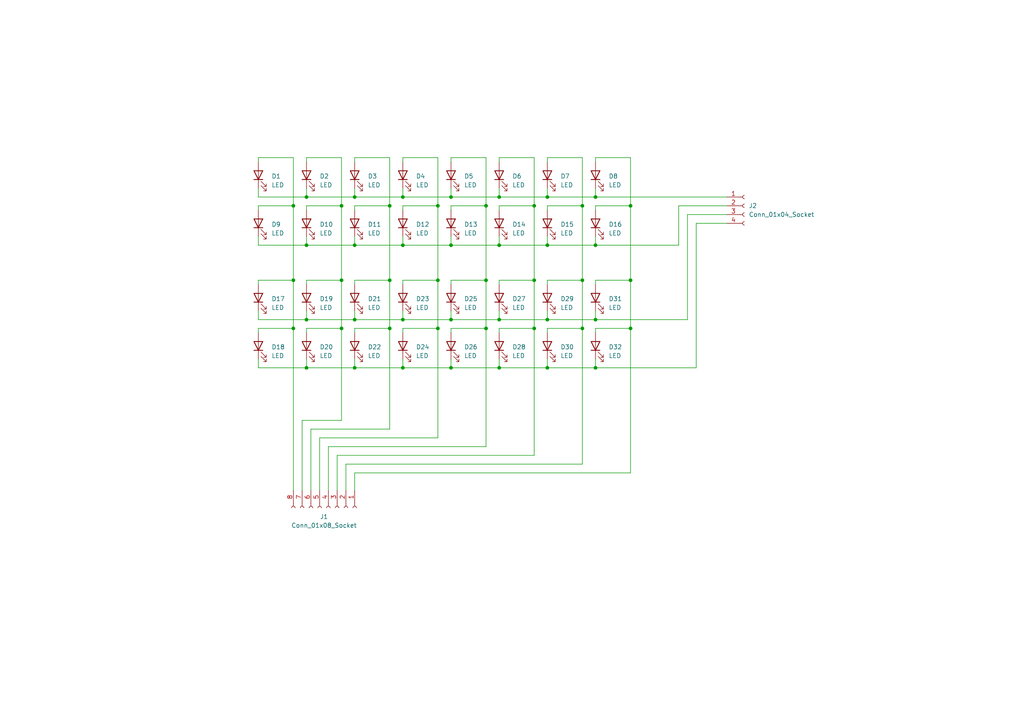
<source format=kicad_sch>
(kicad_sch (version 20230121) (generator eeschema)
  (paper "A4")
  (title_block (title "HTP!m CONTROL Module Status") (date "2023-10-07") (rev "1") (company "shawnd.xyz") (comment 2 "each module.") (comment 3 "The HTP!m CONTROL Module Status is an LED matrix that shows the current status of"))
  (lib_symbols
    (symbol "Connector:Conn_01x04_Socket" (pin_names (offset 1.016) hide)
      (property "Reference" "J" (at 0 5.08 0))
      (property "Value" "Conn_01x04_Socket" (at 0 -7.62 0))
      (symbol "Conn_01x04_Socket_1_1"
        (arc (start 0 -4.572) (mid -0.5058 -5.08) (end 0 -5.588) (stroke (width 0.1524)))
        (arc (start 0 -2.032) (mid -0.5058 -2.54) (end 0 -3.048) (stroke (width 0.1524)))
        (polyline (pts (xy -1.27 -5.08) (xy -0.508 -5.08)) (stroke (width 0.1524)))
        (polyline (pts (xy -1.27 -2.54) (xy -0.508 -2.54)) (stroke (width 0.1524)))
        (polyline (pts (xy -1.27 0) (xy -0.508 0)) (stroke (width 0.1524)))
        (polyline (pts (xy -1.27 2.54) (xy -0.508 2.54)) (stroke (width 0.1524)))
        (arc (start 0 0.508) (mid -0.5058 0) (end 0 -0.508) (stroke (width 0.1524)))
        (arc (start 0 3.048) (mid -0.5058 2.54) (end 0 2.032) (stroke (width 0.1524)))
        (pin passive line (at -5.08 2.54 0) (length 3.81) (name "Pin_1") (number "1"))
        (pin passive line (at -5.08 0 0) (length 3.81) (name "Pin_2") (number "2"))
        (pin passive line (at -5.08 -2.54 0) (length 3.81) (name "Pin_3") (number "3"))
        (pin passive line (at -5.08 -5.08 0) (length 3.81) (name "Pin_4") (number "4"))
      )
    )
    (symbol "Connector:Conn_01x08_Socket" (pin_names (offset 1.016) hide)
      (property "Reference" "J" (at 0 10.16 0))
      (property "Value" "Conn_01x08_Socket" (at 0 -12.7 0))
      (symbol "Conn_01x08_Socket_1_1"
        (arc (start 0 -9.652) (mid -0.5058 -10.16) (end 0 -10.668) (stroke (width 0.1524)))
        (arc (start 0 -7.112) (mid -0.5058 -7.62) (end 0 -8.128) (stroke (width 0.1524)))
        (arc (start 0 -4.572) (mid -0.5058 -5.08) (end 0 -5.588) (stroke (width 0.1524)))
        (arc (start 0 -2.032) (mid -0.5058 -2.54) (end 0 -3.048) (stroke (width 0.1524)))
        (polyline (pts (xy -1.27 -10.16) (xy -0.508 -10.16)) (stroke (width 0.1524)))
        (polyline (pts (xy -1.27 -7.62) (xy -0.508 -7.62)) (stroke (width 0.1524)))
        (polyline (pts (xy -1.27 -5.08) (xy -0.508 -5.08)) (stroke (width 0.1524)))
        (polyline (pts (xy -1.27 -2.54) (xy -0.508 -2.54)) (stroke (width 0.1524)))
        (polyline (pts (xy -1.27 0) (xy -0.508 0)) (stroke (width 0.1524)))
        (polyline (pts (xy -1.27 2.54) (xy -0.508 2.54)) (stroke (width 0.1524)))
        (polyline (pts (xy -1.27 5.08) (xy -0.508 5.08)) (stroke (width 0.1524)))
        (polyline (pts (xy -1.27 7.62) (xy -0.508 7.62)) (stroke (width 0.1524)))
        (arc (start 0 0.508) (mid -0.5058 0) (end 0 -0.508) (stroke (width 0.1524)))
        (arc (start 0 3.048) (mid -0.5058 2.54) (end 0 2.032) (stroke (width 0.1524)))
        (arc (start 0 5.588) (mid -0.5058 5.08) (end 0 4.572) (stroke (width 0.1524)))
        (arc (start 0 8.128) (mid -0.5058 7.62) (end 0 7.112) (stroke (width 0.1524)))
        (pin passive line (at -5.08 7.62 0) (length 3.81) (name "Pin_1") (number "1"))
        (pin passive line (at -5.08 5.08 0) (length 3.81) (name "Pin_2") (number "2"))
        (pin passive line (at -5.08 2.54 0) (length 3.81) (name "Pin_3") (number "3"))
        (pin passive line (at -5.08 0 0) (length 3.81) (name "Pin_4") (number "4"))
        (pin passive line (at -5.08 -2.54 0) (length 3.81) (name "Pin_5") (number "5"))
        (pin passive line (at -5.08 -5.08 0) (length 3.81) (name "Pin_6") (number "6"))
        (pin passive line (at -5.08 -7.62 0) (length 3.81) (name "Pin_7") (number "7"))
        (pin passive line (at -5.08 -10.16 0) (length 3.81) (name "Pin_8") (number "8"))
      )
    )
    (symbol "Device:LED" (pin_numbers hide) (pin_names (offset 1.016) hide)
      (property "Reference" "D" (at 0 2.54 0))
      (property "Value" "LED" (at 0 -2.54 0))
      (symbol "LED_0_1"
        (polyline (pts (xy -1.27 -1.27) (xy -1.27 1.27)) (stroke (width 0.254)))
        (polyline (pts (xy -1.27 0) (xy 1.27 0)))
        (polyline (pts (xy 1.27 -1.27) (xy 1.27 1.27) (xy -1.27 0) (xy 1.27 -1.27)) (stroke (width 0.254)))
        (polyline (pts (xy -3.048 -0.762) (xy -4.572 -2.286) (xy -3.81 -2.286) (xy -4.572 -2.286) (xy -4.572 -1.524)))
        (polyline (pts (xy -1.778 -0.762) (xy -3.302 -2.286) (xy -2.54 -2.286) (xy -3.302 -2.286) (xy -3.302 -1.524)))
      )
      (symbol "LED_1_1"
        (pin passive line (at -3.81 0 0) (length 2.54) (name "K") (number "1"))
        (pin passive line (at 3.81 0 180) (length 2.54) (name "A") (number "2"))
      )
    )
  )
  (junction (at 116.84 106.68))
  (junction (at 99.06 81.28))
  (junction (at 88.9 92.71))
  (junction (at 182.88 95.25))
  (junction (at 144.78 92.71))
  (junction (at 85.09 59.69))
  (junction (at 88.9 57.15))
  (junction (at 154.94 95.25))
  (junction (at 168.91 59.69))
  (junction (at 168.91 81.28))
  (junction (at 172.72 71.12))
  (junction (at 102.87 106.68))
  (junction (at 158.75 106.68))
  (junction (at 154.94 59.69))
  (junction (at 85.09 81.28))
  (junction (at 113.03 95.25))
  (junction (at 130.81 71.12))
  (junction (at 102.87 71.12))
  (junction (at 168.91 95.25))
  (junction (at 172.72 57.15))
  (junction (at 130.81 92.71))
  (junction (at 88.9 71.12))
  (junction (at 144.78 57.15))
  (junction (at 116.84 71.12))
  (junction (at 102.87 92.71))
  (junction (at 88.9 106.68))
  (junction (at 154.94 81.28))
  (junction (at 99.06 95.25))
  (junction (at 85.09 95.25))
  (junction (at 127 59.69))
  (junction (at 116.84 57.15))
  (junction (at 144.78 71.12))
  (junction (at 113.03 59.69))
  (junction (at 130.81 106.68))
  (junction (at 158.75 92.71))
  (junction (at 172.72 106.68))
  (junction (at 140.97 81.28))
  (junction (at 127 81.28))
  (junction (at 113.03 81.28))
  (junction (at 158.75 57.15))
  (junction (at 127 95.25))
  (junction (at 99.06 59.69))
  (junction (at 182.88 81.28))
  (junction (at 158.75 71.12))
  (junction (at 116.84 92.71))
  (junction (at 140.97 95.25))
  (junction (at 172.72 92.71))
  (junction (at 102.87 57.15))
  (junction (at 130.81 57.15))
  (junction (at 140.97 59.69))
  (junction (at 182.88 59.69))
  (junction (at 144.78 106.68))
  (wire (pts (xy 102.87 45.72) (xy 113.03 45.72)))
  (wire (pts (xy 158.75 59.69) (xy 158.75 60.96)))
  (wire (pts (xy 116.84 95.25) (xy 116.84 96.52)))
  (wire (pts (xy 172.72 54.61) (xy 172.72 57.15)))
  (wire (pts (xy 130.81 71.12) (xy 144.78 71.12)))
  (wire (pts (xy 199.39 92.71) (xy 199.39 62.23)))
  (wire (pts (xy 168.91 134.62) (xy 100.33 134.62)))
  (wire (pts (xy 140.97 129.54) (xy 95.25 129.54)))
  (wire (pts (xy 88.9 57.15) (xy 102.87 57.15)))
  (wire (pts (xy 74.93 54.61) (xy 74.93 57.15)))
  (wire (pts (xy 130.81 81.28) (xy 140.97 81.28)))
  (wire (pts (xy 87.63 121.92) (xy 87.63 142.24)))
  (wire (pts (xy 74.93 90.17) (xy 74.93 92.71)))
  (wire (pts (xy 116.84 82.55) (xy 116.84 81.28)))
  (wire (pts (xy 130.81 104.14) (xy 130.81 106.68)))
  (wire (pts (xy 74.93 45.72) (xy 85.09 45.72)))
  (wire (pts (xy 172.72 57.15) (xy 210.82 57.15)))
  (wire (pts (xy 74.93 106.68) (xy 88.9 106.68)))
  (wire (pts (xy 74.93 71.12) (xy 88.9 71.12)))
  (wire (pts (xy 130.81 45.72) (xy 140.97 45.72)))
  (wire (pts (xy 130.81 46.99) (xy 130.81 45.72)))
  (wire (pts (xy 201.93 106.68) (xy 201.93 64.77)))
  (wire (pts (xy 113.03 124.46) (xy 90.17 124.46)))
  (wire (pts (xy 102.87 104.14) (xy 102.87 106.68)))
  (wire (pts (xy 95.25 129.54) (xy 95.25 142.24)))
  (wire (pts (xy 144.78 82.55) (xy 144.78 81.28)))
  (wire (pts (xy 88.9 71.12) (xy 102.87 71.12)))
  (wire (pts (xy 158.75 71.12) (xy 172.72 71.12)))
  (wire (pts (xy 85.09 59.69) (xy 74.93 59.69)))
  (wire (pts (xy 116.84 46.99) (xy 116.84 45.72)))
  (wire (pts (xy 102.87 68.58) (xy 102.87 71.12)))
  (wire (pts (xy 140.97 95.25) (xy 140.97 129.54)))
  (wire (pts (xy 88.9 45.72) (xy 99.06 45.72)))
  (wire (pts (xy 158.75 81.28) (xy 168.91 81.28)))
  (wire (pts (xy 130.81 82.55) (xy 130.81 81.28)))
  (wire (pts (xy 172.72 71.12) (xy 196.85 71.12)))
  (wire (pts (xy 127 45.72) (xy 127 59.69)))
  (wire (pts (xy 99.06 95.25) (xy 88.9 95.25)))
  (wire (pts (xy 102.87 57.15) (xy 116.84 57.15)))
  (wire (pts (xy 88.9 95.25) (xy 88.9 96.52)))
  (wire (pts (xy 140.97 95.25) (xy 130.81 95.25)))
  (wire (pts (xy 113.03 45.72) (xy 113.03 59.69)))
  (wire (pts (xy 116.84 90.17) (xy 116.84 92.71)))
  (wire (pts (xy 130.81 92.71) (xy 144.78 92.71)))
  (wire (pts (xy 158.75 54.61) (xy 158.75 57.15)))
  (wire (pts (xy 74.93 92.71) (xy 88.9 92.71)))
  (wire (pts (xy 127 81.28) (xy 127 95.25)))
  (wire (pts (xy 116.84 104.14) (xy 116.84 106.68)))
  (wire (pts (xy 116.84 45.72) (xy 127 45.72)))
  (wire (pts (xy 144.78 95.25) (xy 144.78 96.52)))
  (wire (pts (xy 116.84 68.58) (xy 116.84 71.12)))
  (wire (pts (xy 172.72 92.71) (xy 199.39 92.71)))
  (wire (pts (xy 88.9 82.55) (xy 88.9 81.28)))
  (wire (pts (xy 172.72 106.68) (xy 201.93 106.68)))
  (wire (pts (xy 130.81 59.69) (xy 140.97 59.69)))
  (wire (pts (xy 85.09 81.28) (xy 85.09 95.25)))
  (wire (pts (xy 90.17 124.46) (xy 90.17 142.24)))
  (wire (pts (xy 172.72 59.69) (xy 172.72 60.96)))
  (wire (pts (xy 116.84 92.71) (xy 130.81 92.71)))
  (wire (pts (xy 144.78 57.15) (xy 158.75 57.15)))
  (wire (pts (xy 130.81 68.58) (xy 130.81 71.12)))
  (wire (pts (xy 144.78 46.99) (xy 144.78 45.72)))
  (wire (pts (xy 172.72 82.55) (xy 172.72 81.28)))
  (wire (pts (xy 154.94 81.28) (xy 154.94 95.25)))
  (wire (pts (xy 88.9 90.17) (xy 88.9 92.71)))
  (wire (pts (xy 182.88 59.69) (xy 182.88 81.28)))
  (wire (pts (xy 168.91 59.69) (xy 168.91 81.28)))
  (wire (pts (xy 144.78 45.72) (xy 154.94 45.72)))
  (wire (pts (xy 130.81 106.68) (xy 144.78 106.68)))
  (wire (pts (xy 127 59.69) (xy 116.84 59.69)))
  (wire (pts (xy 74.93 95.25) (xy 74.93 96.52)))
  (wire (pts (xy 99.06 95.25) (xy 99.06 121.92)))
  (wire (pts (xy 144.78 68.58) (xy 144.78 71.12)))
  (wire (pts (xy 102.87 137.16) (xy 102.87 142.24)))
  (wire (pts (xy 116.84 81.28) (xy 127 81.28)))
  (wire (pts (xy 102.87 59.69) (xy 102.87 60.96)))
  (wire (pts (xy 130.81 57.15) (xy 144.78 57.15)))
  (wire (pts (xy 99.06 121.92) (xy 87.63 121.92)))
  (wire (pts (xy 88.9 81.28) (xy 99.06 81.28)))
  (wire (pts (xy 182.88 45.72) (xy 182.88 59.69)))
  (wire (pts (xy 158.75 46.99) (xy 158.75 45.72)))
  (wire (pts (xy 172.72 46.99) (xy 172.72 45.72)))
  (wire (pts (xy 99.06 59.69) (xy 88.9 59.69)))
  (wire (pts (xy 116.84 71.12) (xy 130.81 71.12)))
  (wire (pts (xy 172.72 68.58) (xy 172.72 71.12)))
  (wire (pts (xy 74.93 57.15) (xy 88.9 57.15)))
  (wire (pts (xy 172.72 95.25) (xy 172.72 96.52)))
  (wire (pts (xy 113.03 95.25) (xy 102.87 95.25)))
  (wire (pts (xy 127 95.25) (xy 116.84 95.25)))
  (wire (pts (xy 182.88 95.25) (xy 182.88 137.16)))
  (wire (pts (xy 85.09 95.25) (xy 74.93 95.25)))
  (wire (pts (xy 127 127) (xy 92.71 127)))
  (wire (pts (xy 154.94 45.72) (xy 154.94 59.69)))
  (wire (pts (xy 144.78 59.69) (xy 144.78 60.96)))
  (wire (pts (xy 168.91 81.28) (xy 168.91 95.25)))
  (wire (pts (xy 102.87 81.28) (xy 113.03 81.28)))
  (wire (pts (xy 116.84 57.15) (xy 130.81 57.15)))
  (wire (pts (xy 154.94 95.25) (xy 154.94 132.08)))
  (wire (pts (xy 144.78 92.71) (xy 158.75 92.71)))
  (wire (pts (xy 201.93 64.77) (xy 210.82 64.77)))
  (wire (pts (xy 102.87 106.68) (xy 116.84 106.68)))
  (wire (pts (xy 172.72 81.28) (xy 182.88 81.28)))
  (wire (pts (xy 127 59.69) (xy 127 81.28)))
  (wire (pts (xy 172.72 45.72) (xy 182.88 45.72)))
  (wire (pts (xy 85.09 95.25) (xy 85.09 142.24)))
  (wire (pts (xy 196.85 59.69) (xy 210.82 59.69)))
  (wire (pts (xy 158.75 57.15) (xy 172.72 57.15)))
  (wire (pts (xy 168.91 59.69) (xy 158.75 59.69)))
  (wire (pts (xy 113.03 59.69) (xy 113.03 81.28)))
  (wire (pts (xy 158.75 95.25) (xy 158.75 96.52)))
  (wire (pts (xy 113.03 95.25) (xy 113.03 124.46)))
  (wire (pts (xy 144.78 90.17) (xy 144.78 92.71)))
  (wire (pts (xy 88.9 92.71) (xy 102.87 92.71)))
  (wire (pts (xy 182.88 59.69) (xy 172.72 59.69)))
  (wire (pts (xy 88.9 59.69) (xy 88.9 60.96)))
  (wire (pts (xy 113.03 81.28) (xy 113.03 95.25)))
  (wire (pts (xy 92.71 127) (xy 92.71 142.24)))
  (wire (pts (xy 85.09 59.69) (xy 85.09 81.28)))
  (wire (pts (xy 116.84 106.68) (xy 130.81 106.68)))
  (wire (pts (xy 102.87 46.99) (xy 102.87 45.72)))
  (wire (pts (xy 74.93 59.69) (xy 74.93 60.96)))
  (wire (pts (xy 158.75 106.68) (xy 172.72 106.68)))
  (wire (pts (xy 182.88 95.25) (xy 172.72 95.25)))
  (wire (pts (xy 154.94 59.69) (xy 154.94 81.28)))
  (wire (pts (xy 88.9 104.14) (xy 88.9 106.68)))
  (wire (pts (xy 127 95.25) (xy 127 127)))
  (wire (pts (xy 102.87 92.71) (xy 116.84 92.71)))
  (wire (pts (xy 196.85 71.12) (xy 196.85 59.69)))
  (wire (pts (xy 154.94 59.69) (xy 144.78 59.69)))
  (wire (pts (xy 172.72 104.14) (xy 172.72 106.68)))
  (wire (pts (xy 130.81 90.17) (xy 130.81 92.71)))
  (wire (pts (xy 140.97 59.69) (xy 140.97 81.28)))
  (wire (pts (xy 158.75 82.55) (xy 158.75 81.28)))
  (wire (pts (xy 116.84 54.61) (xy 116.84 57.15)))
  (wire (pts (xy 154.94 132.08) (xy 97.79 132.08)))
  (wire (pts (xy 74.93 46.99) (xy 74.93 45.72)))
  (wire (pts (xy 88.9 46.99) (xy 88.9 45.72)))
  (wire (pts (xy 102.87 82.55) (xy 102.87 81.28)))
  (wire (pts (xy 85.09 45.72) (xy 85.09 59.69)))
  (wire (pts (xy 74.93 104.14) (xy 74.93 106.68)))
  (wire (pts (xy 102.87 95.25) (xy 102.87 96.52)))
  (wire (pts (xy 154.94 95.25) (xy 144.78 95.25)))
  (wire (pts (xy 144.78 54.61) (xy 144.78 57.15)))
  (wire (pts (xy 168.91 95.25) (xy 158.75 95.25)))
  (wire (pts (xy 130.81 59.69) (xy 130.81 60.96)))
  (wire (pts (xy 102.87 71.12) (xy 116.84 71.12)))
  (wire (pts (xy 158.75 45.72) (xy 168.91 45.72)))
  (wire (pts (xy 172.72 90.17) (xy 172.72 92.71)))
  (wire (pts (xy 168.91 95.25) (xy 168.91 134.62)))
  (wire (pts (xy 199.39 62.23) (xy 210.82 62.23)))
  (wire (pts (xy 99.06 59.69) (xy 99.06 81.28)))
  (wire (pts (xy 182.88 137.16) (xy 102.87 137.16)))
  (wire (pts (xy 88.9 68.58) (xy 88.9 71.12)))
  (wire (pts (xy 113.03 59.69) (xy 102.87 59.69)))
  (wire (pts (xy 130.81 95.25) (xy 130.81 96.52)))
  (wire (pts (xy 74.93 68.58) (xy 74.93 71.12)))
  (wire (pts (xy 158.75 104.14) (xy 158.75 106.68)))
  (wire (pts (xy 99.06 45.72) (xy 99.06 59.69)))
  (wire (pts (xy 97.79 132.08) (xy 97.79 142.24)))
  (wire (pts (xy 144.78 104.14) (xy 144.78 106.68)))
  (wire (pts (xy 99.06 81.28) (xy 99.06 95.25)))
  (wire (pts (xy 144.78 106.68) (xy 158.75 106.68)))
  (wire (pts (xy 116.84 59.69) (xy 116.84 60.96)))
  (wire (pts (xy 140.97 45.72) (xy 140.97 59.69)))
  (wire (pts (xy 168.91 45.72) (xy 168.91 59.69)))
  (wire (pts (xy 144.78 71.12) (xy 158.75 71.12)))
  (wire (pts (xy 100.33 134.62) (xy 100.33 142.24)))
  (wire (pts (xy 74.93 82.55) (xy 74.93 81.28)))
  (wire (pts (xy 144.78 81.28) (xy 154.94 81.28)))
  (wire (pts (xy 158.75 68.58) (xy 158.75 71.12)))
  (wire (pts (xy 158.75 90.17) (xy 158.75 92.71)))
  (wire (pts (xy 102.87 90.17) (xy 102.87 92.71)))
  (wire (pts (xy 102.87 54.61) (xy 102.87 57.15)))
  (wire (pts (xy 88.9 106.68) (xy 102.87 106.68)))
  (wire (pts (xy 158.75 92.71) (xy 172.72 92.71)))
  (wire (pts (xy 130.81 54.61) (xy 130.81 57.15)))
  (wire (pts (xy 74.93 81.28) (xy 85.09 81.28)))
  (wire (pts (xy 140.97 81.28) (xy 140.97 95.25)))
  (wire (pts (xy 88.9 54.61) (xy 88.9 57.15)))
  (wire (pts (xy 182.88 81.28) (xy 182.88 95.25)))
  (symbol (lib_id "Device:LED") (at 102.87 86.36 90) (unit 1)
    (property "Reference" "D21" (at 106.68 86.6775 90) (effects (justify right)))
    (property "Value" "LED" (at 106.68 89.2175 90) (effects (justify right)))
  )
  (symbol (lib_id "Device:LED") (at 74.93 86.36 90) (unit 1)
    (property "Reference" "D17" (at 78.74 86.6775 90) (effects (justify right)))
    (property "Value" "LED" (at 78.74 89.2175 90) (effects (justify right)))
  )
  (symbol (lib_id "Device:LED") (at 88.9 64.77 90) (unit 1)
    (property "Reference" "D10" (at 92.71 65.0875 90) (effects (justify right)))
    (property "Value" "LED" (at 92.71 67.6275 90) (effects (justify right)))
  )
  (symbol (lib_id "Device:LED") (at 102.87 50.8 90) (unit 1)
    (property "Reference" "D3" (at 106.68 51.1175 90) (effects (justify right)))
    (property "Value" "LED" (at 106.68 53.6575 90) (effects (justify right)))
  )
  (symbol (lib_id "Device:LED") (at 88.9 100.33 90) (unit 1)
    (property "Reference" "D20" (at 92.71 100.6475 90) (effects (justify right)))
    (property "Value" "LED" (at 92.71 103.1875 90) (effects (justify right)))
  )
  (symbol (lib_id "Device:LED") (at 130.81 64.77 90) (unit 1)
    (property "Reference" "D13" (at 134.62 65.0875 90) (effects (justify right)))
    (property "Value" "LED" (at 134.62 67.6275 90) (effects (justify right)))
  )
  (symbol (lib_id "Device:LED") (at 158.75 86.36 90) (unit 1)
    (property "Reference" "D29" (at 162.56 86.6775 90) (effects (justify right)))
    (property "Value" "LED" (at 162.56 89.2175 90) (effects (justify right)))
  )
  (symbol (lib_id "Device:LED") (at 74.93 100.33 90) (unit 1)
    (property "Reference" "D18" (at 78.74 100.6475 90) (effects (justify right)))
    (property "Value" "LED" (at 78.74 103.1875 90) (effects (justify right)))
  )
  (symbol (lib_id "Device:LED") (at 116.84 86.36 90) (unit 1)
    (property "Reference" "D23" (at 120.65 86.6775 90) (effects (justify right)))
    (property "Value" "LED" (at 120.65 89.2175 90) (effects (justify right)))
  )
  (symbol (lib_id "Device:LED") (at 74.93 50.8 90) (unit 1)
    (property "Reference" "D1" (at 78.74 51.1175 90) (effects (justify right)))
    (property "Value" "LED" (at 78.74 53.6575 90) (effects (justify right)))
  )
  (symbol (lib_id "Connector:Conn_01x08_Socket") (at 95.25 147.32 270) (unit 1)
    (property "Reference" "J1" (at 93.98 149.86 90))
    (property "Value" "Conn_01x08_Socket" (at 93.98 152.4 90))
  )
  (symbol (lib_id "Device:LED") (at 158.75 100.33 90) (unit 1)
    (property "Reference" "D30" (at 162.56 100.6475 90) (effects (justify right)))
    (property "Value" "LED" (at 162.56 103.1875 90) (effects (justify right)))
  )
  (symbol (lib_id "Device:LED") (at 88.9 50.8 90) (unit 1)
    (property "Reference" "D2" (at 92.71 51.1175 90) (effects (justify right)))
    (property "Value" "LED" (at 92.71 53.6575 90) (effects (justify right)))
  )
  (symbol (lib_id "Device:LED") (at 130.81 100.33 90) (unit 1)
    (property "Reference" "D26" (at 134.62 100.6475 90) (effects (justify right)))
    (property "Value" "LED" (at 134.62 103.1875 90) (effects (justify right)))
  )
  (symbol (lib_id "Device:LED") (at 158.75 64.77 90) (unit 1)
    (property "Reference" "D15" (at 162.56 65.0875 90) (effects (justify right)))
    (property "Value" "LED" (at 162.56 67.6275 90) (effects (justify right)))
  )
  (symbol (lib_id "Device:LED") (at 116.84 100.33 90) (unit 1)
    (property "Reference" "D24" (at 120.65 100.6475 90) (effects (justify right)))
    (property "Value" "LED" (at 120.65 103.1875 90) (effects (justify right)))
  )
  (symbol (lib_id "Device:LED") (at 144.78 64.77 90) (unit 1)
    (property "Reference" "D14" (at 148.59 65.0875 90) (effects (justify right)))
    (property "Value" "LED" (at 148.59 67.6275 90) (effects (justify right)))
  )
  (symbol (lib_id "Device:LED") (at 102.87 100.33 90) (unit 1)
    (property "Reference" "D22" (at 106.68 100.6475 90) (effects (justify right)))
    (property "Value" "LED" (at 106.68 103.1875 90) (effects (justify right)))
  )
  (symbol (lib_id "Device:LED") (at 144.78 100.33 90) (unit 1)
    (property "Reference" "D28" (at 148.59 100.6475 90) (effects (justify right)))
    (property "Value" "LED" (at 148.59 103.1875 90) (effects (justify right)))
  )
  (symbol (lib_id "Device:LED") (at 116.84 50.8 90) (unit 1)
    (property "Reference" "D4" (at 120.65 51.1175 90) (effects (justify right)))
    (property "Value" "LED" (at 120.65 53.6575 90) (effects (justify right)))
  )
  (symbol (lib_id "Connector:Conn_01x04_Socket") (at 215.9 59.69 0) (unit 1)
    (property "Reference" "J2" (at 217.17 59.69 0) (effects (justify left)))
    (property "Value" "Conn_01x04_Socket" (at 217.17 62.23 0) (effects (justify left)))
  )
  (symbol (lib_id "Device:LED") (at 130.81 50.8 90) (unit 1)
    (property "Reference" "D5" (at 134.62 51.1175 90) (effects (justify right)))
    (property "Value" "LED" (at 134.62 53.6575 90) (effects (justify right)))
  )
  (symbol (lib_id "Device:LED") (at 144.78 50.8 90) (unit 1)
    (property "Reference" "D6" (at 148.59 51.1175 90) (effects (justify right)))
    (property "Value" "LED" (at 148.59 53.6575 90) (effects (justify right)))
  )
  (symbol (lib_id "Device:LED") (at 144.78 86.36 90) (unit 1)
    (property "Reference" "D27" (at 148.59 86.6775 90) (effects (justify right)))
    (property "Value" "LED" (at 148.59 89.2175 90) (effects (justify right)))
  )
  (symbol (lib_id "Device:LED") (at 102.87 64.77 90) (unit 1)
    (property "Reference" "D11" (at 106.68 65.0875 90) (effects (justify right)))
    (property "Value" "LED" (at 106.68 67.6275 90) (effects (justify right)))
  )
  (symbol (lib_id "Device:LED") (at 172.72 50.8 90) (unit 1)
    (property "Reference" "D8" (at 176.53 51.1175 90) (effects (justify right)))
    (property "Value" "LED" (at 176.53 53.6575 90) (effects (justify right)))
  )
  (symbol (lib_id "Device:LED") (at 74.93 64.77 90) (unit 1)
    (property "Reference" "D9" (at 78.74 65.0875 90) (effects (justify right)))
    (property "Value" "LED" (at 78.74 67.6275 90) (effects (justify right)))
  )
  (symbol (lib_id "Device:LED") (at 130.81 86.36 90) (unit 1)
    (property "Reference" "D25" (at 134.62 86.6775 90) (effects (justify right)))
    (property "Value" "LED" (at 134.62 89.2175 90) (effects (justify right)))
  )
  (symbol (lib_id "Device:LED") (at 172.72 100.33 90) (unit 1)
    (property "Reference" "D32" (at 176.53 100.6475 90) (effects (justify right)))
    (property "Value" "LED" (at 176.53 103.1875 90) (effects (justify right)))
  )
  (symbol (lib_id "Device:LED") (at 172.72 86.36 90) (unit 1)
    (property "Reference" "D31" (at 176.53 86.6775 90) (effects (justify right)))
    (property "Value" "LED" (at 176.53 89.2175 90) (effects (justify right)))
  )
  (symbol (lib_id "Device:LED") (at 116.84 64.77 90) (unit 1)
    (property "Reference" "D12" (at 120.65 65.0875 90) (effects (justify right)))
    (property "Value" "LED" (at 120.65 67.6275 90) (effects (justify right)))
  )
  (symbol (lib_id "Device:LED") (at 172.72 64.77 90) (unit 1)
    (property "Reference" "D16" (at 176.53 65.0875 90) (effects (justify right)))
    (property "Value" "LED" (at 176.53 67.6275 90) (effects (justify right)))
  )
  (symbol (lib_id "Device:LED") (at 158.75 50.8 90) (unit 1)
    (property "Reference" "D7" (at 162.56 51.1175 90) (effects (justify right)))
    (property "Value" "LED" (at 162.56 53.6575 90) (effects (justify right)))
  )
  (symbol (lib_id "Device:LED") (at 88.9 86.36 90) (unit 1)
    (property "Reference" "D19" (at 92.71 86.6775 90) (effects (justify right)))
    (property "Value" "LED" (at 92.71 89.2175 90) (effects (justify right)))
  )
)
</source>
